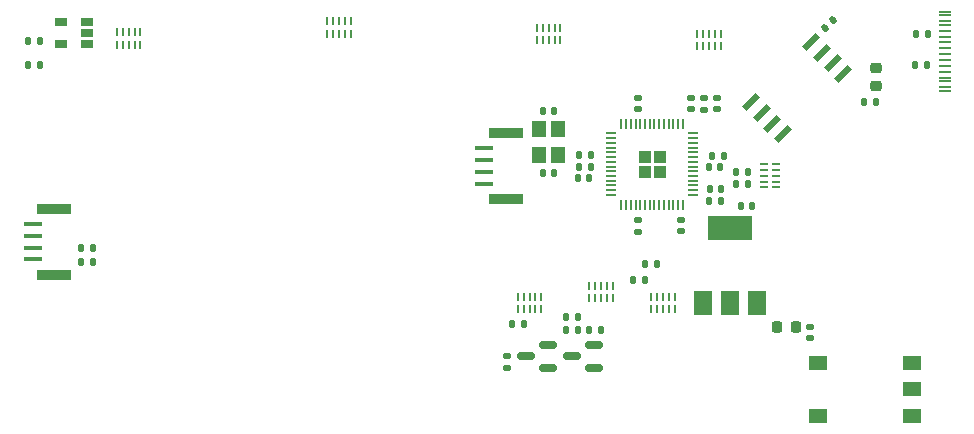
<source format=gbr>
%TF.GenerationSoftware,KiCad,Pcbnew,(7.0.0-0)*%
%TF.CreationDate,2023-05-07T02:23:39-06:00*%
%TF.ProjectId,ReflexFightingBoard,5265666c-6578-4466-9967-6874696e6742,rev?*%
%TF.SameCoordinates,Original*%
%TF.FileFunction,Paste,Top*%
%TF.FilePolarity,Positive*%
%FSLAX46Y46*%
G04 Gerber Fmt 4.6, Leading zero omitted, Abs format (unit mm)*
G04 Created by KiCad (PCBNEW (7.0.0-0)) date 2023-05-07 02:23:39*
%MOMM*%
%LPD*%
G01*
G04 APERTURE LIST*
G04 Aperture macros list*
%AMRoundRect*
0 Rectangle with rounded corners*
0 $1 Rounding radius*
0 $2 $3 $4 $5 $6 $7 $8 $9 X,Y pos of 4 corners*
0 Add a 4 corners polygon primitive as box body*
4,1,4,$2,$3,$4,$5,$6,$7,$8,$9,$2,$3,0*
0 Add four circle primitives for the rounded corners*
1,1,$1+$1,$2,$3*
1,1,$1+$1,$4,$5*
1,1,$1+$1,$6,$7*
1,1,$1+$1,$8,$9*
0 Add four rect primitives between the rounded corners*
20,1,$1+$1,$2,$3,$4,$5,0*
20,1,$1+$1,$4,$5,$6,$7,0*
20,1,$1+$1,$6,$7,$8,$9,0*
20,1,$1+$1,$8,$9,$2,$3,0*%
%AMRotRect*
0 Rectangle, with rotation*
0 The origin of the aperture is its center*
0 $1 length*
0 $2 width*
0 $3 Rotation angle, in degrees counterclockwise*
0 Add horizontal line*
21,1,$1,$2,0,0,$3*%
G04 Aperture macros list end*
%ADD10RoundRect,0.135000X0.135000X0.185000X-0.135000X0.185000X-0.135000X-0.185000X0.135000X-0.185000X0*%
%ADD11R,1.060000X0.650000*%
%ADD12RoundRect,0.140000X-0.140000X-0.170000X0.140000X-0.170000X0.140000X0.170000X-0.140000X0.170000X0*%
%ADD13R,3.000000X0.900000*%
%ADD14R,1.600000X0.400000*%
%ADD15RoundRect,0.140000X0.140000X0.170000X-0.140000X0.170000X-0.140000X-0.170000X0.140000X-0.170000X0*%
%ADD16O,0.200000X0.700000*%
%ADD17RoundRect,0.135000X-0.185000X0.135000X-0.185000X-0.135000X0.185000X-0.135000X0.185000X0.135000X0*%
%ADD18RoundRect,0.135000X0.185000X-0.135000X0.185000X0.135000X-0.185000X0.135000X-0.185000X-0.135000X0*%
%ADD19RoundRect,0.140000X-0.170000X0.140000X-0.170000X-0.140000X0.170000X-0.140000X0.170000X0.140000X0*%
%ADD20RoundRect,0.135000X-0.135000X-0.185000X0.135000X-0.185000X0.135000X0.185000X-0.135000X0.185000X0*%
%ADD21RoundRect,0.147500X-0.147500X-0.172500X0.147500X-0.172500X0.147500X0.172500X-0.147500X0.172500X0*%
%ADD22R,1.500000X2.000000*%
%ADD23R,3.800000X2.000000*%
%ADD24RotRect,1.610000X0.580000X45.000000*%
%ADD25RoundRect,0.150000X0.587500X0.150000X-0.587500X0.150000X-0.587500X-0.150000X0.587500X-0.150000X0*%
%ADD26RoundRect,0.250000X-0.292217X0.292217X-0.292217X-0.292217X0.292217X-0.292217X0.292217X0.292217X0*%
%ADD27RoundRect,0.050000X-0.050000X0.387500X-0.050000X-0.387500X0.050000X-0.387500X0.050000X0.387500X0*%
%ADD28RoundRect,0.050000X-0.387500X0.050000X-0.387500X-0.050000X0.387500X-0.050000X0.387500X0.050000X0*%
%ADD29RoundRect,0.140000X0.170000X-0.140000X0.170000X0.140000X-0.170000X0.140000X-0.170000X-0.140000X0*%
%ADD30R,1.150000X1.400000*%
%ADD31RoundRect,0.218750X-0.218750X-0.256250X0.218750X-0.256250X0.218750X0.256250X-0.218750X0.256250X0*%
%ADD32RoundRect,0.218750X-0.256250X0.218750X-0.256250X-0.218750X0.256250X-0.218750X0.256250X0.218750X0*%
%ADD33R,1.550000X1.300000*%
%ADD34RoundRect,0.140000X0.021213X-0.219203X0.219203X-0.021213X-0.021213X0.219203X-0.219203X0.021213X0*%
%ADD35R,1.100000X0.225000*%
%ADD36O,0.700000X0.200000*%
G04 APERTURE END LIST*
D10*
%TO.C,R1*%
X157787811Y-115000000D03*
X156767811Y-115000000D03*
%TD*%
%TO.C,R5*%
X116810000Y-91000000D03*
X115790000Y-91000000D03*
%TD*%
D11*
%TO.C,U2*%
X120799999Y-91272399D03*
X120799999Y-90322399D03*
X120799999Y-89372399D03*
X118599999Y-89372399D03*
X118599999Y-91272399D03*
%TD*%
D12*
%TO.C,C1*%
X115820000Y-93000000D03*
X116780000Y-93000000D03*
%TD*%
D10*
%TO.C,R6*%
X121310000Y-109700000D03*
X120290000Y-109700000D03*
%TD*%
%TO.C,R7*%
X121310000Y-108500000D03*
X120290000Y-108500000D03*
%TD*%
D13*
%TO.C,J9*%
X118023999Y-110799999D03*
X118023999Y-105199999D03*
D14*
X116175999Y-109492999D03*
X116175999Y-108492999D03*
X116175999Y-107492999D03*
X116175999Y-106492999D03*
%TD*%
D13*
%TO.C,J13*%
X156223999Y-104399999D03*
X156223999Y-98799999D03*
D14*
X154375999Y-103092999D03*
X154375999Y-102092999D03*
X154375999Y-101092999D03*
X154375999Y-100092999D03*
%TD*%
D15*
%TO.C,C9*%
X163310000Y-102600000D03*
X162350000Y-102600000D03*
%TD*%
D16*
%TO.C,U9*%
X168519999Y-113704999D03*
X169019999Y-113704999D03*
X169519999Y-113704999D03*
X170019999Y-113704999D03*
X170519999Y-113704999D03*
X170519999Y-112654999D03*
X170019999Y-112654999D03*
X169519999Y-112654999D03*
X169019999Y-112654999D03*
X168519999Y-112654999D03*
%TD*%
D17*
%TO.C,R15*%
X173000000Y-95790000D03*
X173000000Y-96810000D03*
%TD*%
D18*
%TO.C,R4*%
X156300000Y-118710000D03*
X156300000Y-117690000D03*
%TD*%
D12*
%TO.C,C8*%
X173720000Y-100700000D03*
X174680000Y-100700000D03*
%TD*%
D16*
%TO.C,U11*%
X163319999Y-112774999D03*
X163819999Y-112774999D03*
X164319999Y-112774999D03*
X164819999Y-112774999D03*
X165319999Y-112774999D03*
X165319999Y-111724999D03*
X164819999Y-111724999D03*
X164319999Y-111724999D03*
X163819999Y-111724999D03*
X163319999Y-111724999D03*
%TD*%
D19*
%TO.C,C11*%
X167460000Y-106180000D03*
X167460000Y-107140000D03*
%TD*%
D10*
%TO.C,R18*%
X176710000Y-102110000D03*
X175690000Y-102110000D03*
%TD*%
D20*
%TO.C,R3*%
X163290000Y-115450000D03*
X164310000Y-115450000D03*
%TD*%
D16*
%TO.C,U7*%
X160859999Y-89864999D03*
X160359999Y-89864999D03*
X159859999Y-89864999D03*
X159359999Y-89864999D03*
X158859999Y-89864999D03*
X158859999Y-90914999D03*
X159359999Y-90914999D03*
X159859999Y-90914999D03*
X160359999Y-90914999D03*
X160859999Y-90914999D03*
%TD*%
D21*
%TO.C,D2*%
X167025000Y-111250000D03*
X167995000Y-111250000D03*
%TD*%
D22*
%TO.C,U3*%
X172899999Y-113149999D03*
X175199999Y-113149999D03*
D23*
X175199999Y-106849999D03*
D22*
X177499999Y-113149999D03*
%TD*%
D24*
%TO.C,FLASH1*%
X177003841Y-96202081D03*
X177901866Y-97100106D03*
X178799892Y-97998132D03*
X179697917Y-98896157D03*
X184796157Y-93797917D03*
X183898132Y-92899892D03*
X183000106Y-92001866D03*
X182102081Y-91103841D03*
%TD*%
D25*
%TO.C,Q2*%
X163737500Y-118650000D03*
X163737500Y-116750000D03*
X161862500Y-117700000D03*
%TD*%
D26*
%TO.C,U4*%
X169257500Y-100792500D03*
X167982500Y-100792500D03*
X169257500Y-102067500D03*
X167982500Y-102067500D03*
D27*
X171220000Y-97992500D03*
X170820000Y-97992500D03*
X170420000Y-97992500D03*
X170020000Y-97992500D03*
X169620000Y-97992500D03*
X169220000Y-97992500D03*
X168820000Y-97992500D03*
X168420000Y-97992500D03*
X168020000Y-97992500D03*
X167620000Y-97992500D03*
X167220000Y-97992500D03*
X166820000Y-97992500D03*
X166420000Y-97992500D03*
X166020000Y-97992500D03*
D28*
X165182500Y-98830000D03*
X165182500Y-99230000D03*
X165182500Y-99630000D03*
X165182500Y-100030000D03*
X165182500Y-100430000D03*
X165182500Y-100830000D03*
X165182500Y-101230000D03*
X165182500Y-101630000D03*
X165182500Y-102030000D03*
X165182500Y-102430000D03*
X165182500Y-102830000D03*
X165182500Y-103230000D03*
X165182500Y-103630000D03*
X165182500Y-104030000D03*
D27*
X166020000Y-104867500D03*
X166420000Y-104867500D03*
X166820000Y-104867500D03*
X167220000Y-104867500D03*
X167620000Y-104867500D03*
X168020000Y-104867500D03*
X168420000Y-104867500D03*
X168820000Y-104867500D03*
X169220000Y-104867500D03*
X169620000Y-104867500D03*
X170020000Y-104867500D03*
X170420000Y-104867500D03*
X170820000Y-104867500D03*
X171220000Y-104867500D03*
D28*
X172057500Y-104030000D03*
X172057500Y-103630000D03*
X172057500Y-103230000D03*
X172057500Y-102830000D03*
X172057500Y-102430000D03*
X172057500Y-102030000D03*
X172057500Y-101630000D03*
X172057500Y-101230000D03*
X172057500Y-100830000D03*
X172057500Y-100430000D03*
X172057500Y-100030000D03*
X172057500Y-99630000D03*
X172057500Y-99230000D03*
X172057500Y-98830000D03*
%TD*%
D29*
%TO.C,R14*%
X174100000Y-96780000D03*
X174100000Y-95820000D03*
%TD*%
D20*
%TO.C,R21*%
X190900000Y-93000000D03*
X191920000Y-93000000D03*
%TD*%
D10*
%TO.C,R2*%
X162360000Y-114400000D03*
X161340000Y-114400000D03*
%TD*%
D20*
%TO.C,R8*%
X161340000Y-115450000D03*
X162360000Y-115450000D03*
%TD*%
D30*
%TO.C,Y1*%
X160649999Y-100649999D03*
X160649999Y-98449999D03*
X159049999Y-98449999D03*
X159049999Y-100649999D03*
%TD*%
D12*
%TO.C,C7*%
X176120000Y-105000000D03*
X177080000Y-105000000D03*
%TD*%
D16*
%TO.C,U1*%
X174459999Y-90409999D03*
X173959999Y-90409999D03*
X173459999Y-90409999D03*
X172959999Y-90409999D03*
X172459999Y-90409999D03*
X172459999Y-91459999D03*
X172959999Y-91459999D03*
X173459999Y-91459999D03*
X173959999Y-91459999D03*
X174459999Y-91459999D03*
%TD*%
D31*
%TO.C,D1*%
X179212500Y-115200000D03*
X180787500Y-115200000D03*
%TD*%
D20*
%TO.C,R10*%
X168020000Y-109860000D03*
X169040000Y-109860000D03*
%TD*%
D10*
%TO.C,R19*%
X176710000Y-103110000D03*
X175690000Y-103110000D03*
%TD*%
D29*
%TO.C,C15*%
X167400000Y-96780000D03*
X167400000Y-95820000D03*
%TD*%
D16*
%TO.C,U6*%
X143099999Y-89339999D03*
X142599999Y-89339999D03*
X142099999Y-89339999D03*
X141599999Y-89339999D03*
X141099999Y-89339999D03*
X141099999Y-90389999D03*
X141599999Y-90389999D03*
X142099999Y-90389999D03*
X142599999Y-90389999D03*
X143099999Y-90389999D03*
%TD*%
D20*
%TO.C,R22*%
X190990000Y-90400000D03*
X192010000Y-90400000D03*
%TD*%
D29*
%TO.C,C14*%
X171900000Y-96780000D03*
X171900000Y-95820000D03*
%TD*%
D25*
%TO.C,Q1*%
X159787500Y-118650000D03*
X159787500Y-116750000D03*
X157912500Y-117700000D03*
%TD*%
D16*
%TO.C,U5*%
X125299999Y-90274999D03*
X124799999Y-90274999D03*
X124299999Y-90274999D03*
X123799999Y-90274999D03*
X123299999Y-90274999D03*
X123299999Y-91324999D03*
X123799999Y-91324999D03*
X124299999Y-91324999D03*
X124799999Y-91324999D03*
X125299999Y-91324999D03*
%TD*%
D12*
%TO.C,C12*%
X173460000Y-104535062D03*
X174420000Y-104535062D03*
%TD*%
%TO.C,C10*%
X173520000Y-103500000D03*
X174480000Y-103500000D03*
%TD*%
D32*
%TO.C,D3*%
X187600000Y-93272500D03*
X187600000Y-94847500D03*
%TD*%
D33*
%TO.C,SW1*%
X182665657Y-118249999D03*
X190615657Y-118249999D03*
X190615657Y-120499999D03*
X182665657Y-122749999D03*
X190615657Y-122749999D03*
%TD*%
D34*
%TO.C,C5*%
X183260589Y-89939411D03*
X183939411Y-89260589D03*
%TD*%
D29*
%TO.C,C6*%
X182000000Y-116180000D03*
X182000000Y-115220000D03*
%TD*%
D16*
%TO.C,U8*%
X157249999Y-113694999D03*
X157749999Y-113694999D03*
X158249999Y-113694999D03*
X158749999Y-113694999D03*
X159249999Y-113694999D03*
X159249999Y-112644999D03*
X158749999Y-112644999D03*
X158249999Y-112644999D03*
X157749999Y-112644999D03*
X157249999Y-112644999D03*
%TD*%
D15*
%TO.C,C4*%
X160330000Y-96900000D03*
X159370000Y-96900000D03*
%TD*%
D12*
%TO.C,C3*%
X159370000Y-102210000D03*
X160330000Y-102210000D03*
%TD*%
D10*
%TO.C,R16*%
X163430000Y-100650000D03*
X162410000Y-100650000D03*
%TD*%
D35*
%TO.C,J15*%
X193393336Y-95223999D03*
X193393336Y-94423999D03*
X193393336Y-93123999D03*
X193393336Y-92123999D03*
X193393336Y-91623999D03*
X193393336Y-93623999D03*
X193393336Y-89323999D03*
X193393336Y-88523999D03*
X193393336Y-88823999D03*
X193393336Y-89623999D03*
X193393336Y-90123999D03*
X193393336Y-91123999D03*
X193393336Y-92623999D03*
X193393336Y-90623999D03*
X193393336Y-94123999D03*
X193393336Y-94923999D03*
%TD*%
D36*
%TO.C,U10*%
X178074999Y-101399999D03*
X178074999Y-101899999D03*
X178074999Y-102399999D03*
X178074999Y-102899999D03*
X178074999Y-103399999D03*
X179124999Y-103399999D03*
X179124999Y-102899999D03*
X179124999Y-102399999D03*
X179124999Y-101899999D03*
X179124999Y-101399999D03*
%TD*%
D15*
%TO.C,C17*%
X163410000Y-101630000D03*
X162450000Y-101630000D03*
%TD*%
D10*
%TO.C,R9*%
X187600000Y-96190000D03*
X186580000Y-96190000D03*
%TD*%
D12*
%TO.C,C13*%
X173420000Y-101700000D03*
X174380000Y-101700000D03*
%TD*%
D19*
%TO.C,C16*%
X171100000Y-106120000D03*
X171100000Y-107080000D03*
%TD*%
M02*

</source>
